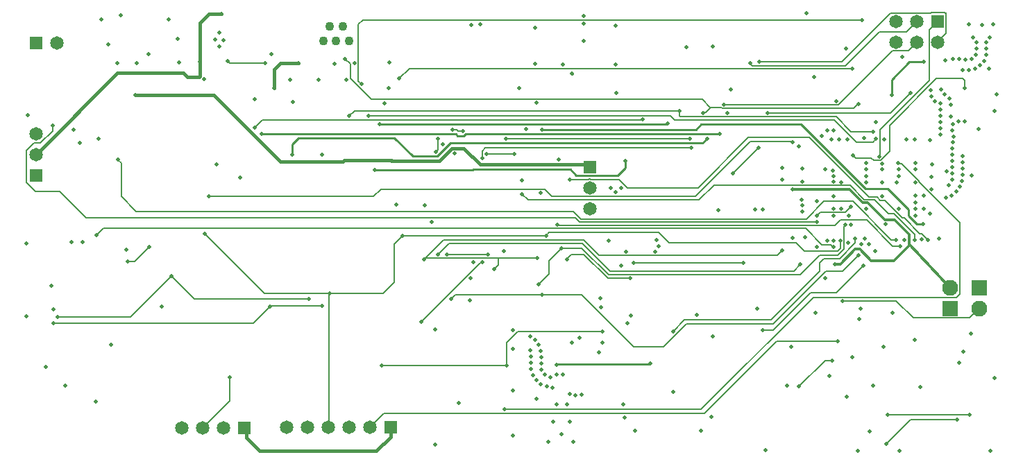
<source format=gbl>
G04*
G04 #@! TF.GenerationSoftware,Altium Limited,Altium Designer,21.6.4 (81)*
G04*
G04 Layer_Physical_Order=4*
G04 Layer_Color=16711680*
%FSLAX44Y44*%
%MOMM*%
G71*
G04*
G04 #@! TF.SameCoordinates,35F2EB46-45B6-4E83-8094-EA5E86E84025*
G04*
G04*
G04 #@! TF.FilePolarity,Positive*
G04*
G01*
G75*
%ADD10C,0.2000*%
%ADD12C,0.2540*%
%ADD14C,0.1500*%
%ADD172C,0.4000*%
%ADD174C,0.3000*%
%ADD175C,0.3500*%
%ADD177C,0.1650*%
%ADD183C,1.6500*%
%ADD184R,1.6500X1.6500*%
%ADD185R,1.6500X1.6500*%
%ADD186C,1.1000*%
%ADD187R,1.9500X1.9500*%
%ADD188C,1.9500*%
%ADD189C,0.5000*%
D10*
X1085850Y295910D02*
X1104900Y276860D01*
X1083616Y295910D02*
X1085850D01*
X1104900Y276860D02*
X1107483D01*
X1115054Y269288D01*
X1073150Y300990D02*
X1098550Y275590D01*
Y269240D02*
Y275590D01*
X1042717Y321263D02*
X1052877D01*
X1056640Y317500D02*
X1062026D01*
X1052877Y321263D02*
X1056640Y317500D01*
X1062026D02*
X1083616Y295910D01*
X1066438Y300990D02*
X1073150D01*
X895676Y394026D02*
X969954D01*
X1042717Y321263D01*
X627290Y317590D02*
X835750D01*
X619760Y325120D02*
X627290Y317590D01*
X835750D02*
X853622Y335462D01*
X1019837D01*
X678180Y342900D02*
X700955D01*
X701044Y342990D02*
X703575D01*
X703665Y342900D02*
X738052D01*
X748212Y332740D01*
X834390D01*
X895676Y394026D01*
X1019837Y335462D02*
X1037036Y318263D01*
X1049165D01*
X1066438Y300990D01*
X1010920Y194310D02*
X1075948D01*
X1096588Y173670D01*
X1165540D01*
X1177290Y185420D01*
D12*
X1070610Y464820D02*
X1092200Y486410D01*
X1109980D01*
X1070610Y445770D02*
Y464820D01*
X516321Y371039D02*
X532307Y387024D01*
X445964Y410016D02*
X795607D01*
X445770Y410210D02*
X445964Y410016D01*
X338927Y385917D02*
X346710Y393700D01*
X338927Y373188D02*
Y385917D01*
X346710Y393700D02*
X463550D01*
X486211Y371039D01*
X548627Y396240D02*
X550477Y398090D01*
X451094Y398622D02*
X538638D01*
X541020Y396240D01*
X548627D01*
X450936Y398780D02*
X451094Y398622D01*
X550477Y398090D02*
X860339D01*
X532307Y387024D02*
X839990D01*
X845323Y392356D01*
X560188Y354869D02*
X678911D01*
X559325Y354007D02*
X560188Y354869D01*
X439936Y354007D02*
X559325D01*
X662305Y117475D02*
X775335D01*
X960232Y410098D02*
X1038860Y331470D01*
X1065530D01*
X1090930Y306070D01*
Y298450D02*
Y306070D01*
Y298450D02*
X1101090Y288290D01*
X643890Y403860D02*
X831850D01*
X838088Y410098D01*
X960232D01*
X1101090Y288290D02*
X1108710D01*
X302260Y398780D02*
X450936D01*
X346710Y483870D02*
Y485140D01*
X736510Y347890D02*
X745490Y356870D01*
X693232Y347890D02*
X736510D01*
X685800Y347980D02*
X693142D01*
X745490Y356870D02*
Y365760D01*
X678911Y354869D02*
X685800Y347980D01*
X486211Y371039D02*
X516321D01*
D14*
X1077458Y546100D02*
G03*
X1074747Y546100I-1355J-10160D01*
G01*
X1102858D02*
G03*
X1100147Y546100I-1355J-10160D01*
G01*
X1136787Y545645D02*
G03*
X1136632Y545798I-1129J-987D01*
G01*
X26035Y328295D02*
X55245D01*
X87630Y295910D02*
X684527D01*
X55245Y328295D02*
X87630Y295910D01*
X15240Y339090D02*
X26035Y328295D01*
X15240Y339090D02*
Y378079D01*
X24511Y387350D01*
X32258D02*
X46990Y402082D01*
X24511Y387350D02*
X32258D01*
X684527Y295910D02*
X689607Y290830D01*
X1116653Y525690D02*
X1126902Y535940D01*
X1116653Y463872D02*
Y525690D01*
X1069086Y546100D02*
X1074747D01*
X1009650Y486664D02*
X1069086Y546100D01*
X908812Y486664D02*
X1009650D01*
X1077458Y546100D02*
X1100147D01*
X1102858D02*
X1117734D01*
X1117824Y546190D01*
X1135981D01*
X1136071Y546100D01*
X1136279D01*
X1136632Y545798D01*
X1136787Y545645D02*
X1137158Y545221D01*
Y520796D02*
Y545221D01*
X1126902Y510540D02*
X1137158Y520796D01*
X1088802Y523240D02*
X1101503Y535940D01*
X1055624Y523240D02*
X1088802D01*
X1013968Y481584D02*
X1055624Y523240D01*
X900684Y481584D02*
X1013968D01*
X897636Y484632D02*
X900684Y481584D01*
X1090922Y499959D02*
X1101503Y510540D01*
X1071460Y499959D02*
X1090922D01*
X1005586Y434086D02*
X1071460Y499959D01*
X865730Y434086D02*
X1005586D01*
X1056640Y403860D02*
X1116653Y463872D01*
X1056640Y373365D02*
Y403860D01*
X1055116Y371841D02*
X1056640Y373365D01*
X1055116Y370894D02*
Y371841D01*
X539796Y403860D02*
X541574Y402082D01*
X534670Y403860D02*
X539796D01*
X541574Y402082D02*
X547370D01*
X755650Y241300D02*
X889698D01*
X292100Y167640D02*
X312621Y188161D01*
X48260Y167640D02*
X292100D01*
X219710Y196850D02*
X359410D01*
X191770Y224790D02*
X219710Y196850D01*
X375751Y188161D02*
X375951Y188361D01*
X312621Y188161D02*
X375751D01*
X305635Y203635D02*
X384634D01*
X384087Y41187D02*
Y203088D01*
X384634Y203635D02*
X450015D01*
X463550Y217170D01*
X383540Y40640D02*
X384087Y41187D01*
Y203088D02*
X384634Y203635D01*
X232410Y276860D02*
X305635Y203635D01*
X1080770Y261620D02*
X1080837Y261687D01*
X1071880Y261620D02*
X1080770D01*
X1040130Y293370D02*
X1071880Y261620D01*
X1070221Y269046D02*
X1075642D01*
X1023038Y316230D02*
X1070221Y269046D01*
X514604Y376597D02*
Y376939D01*
X585470Y233680D02*
X585742D01*
X590550Y238488D02*
Y246380D01*
X585742Y233680D02*
X590550Y238488D01*
Y246733D02*
X638461D01*
X501670D02*
X590550D01*
X501670D02*
X524177Y269240D01*
X501667Y246729D02*
X501670Y246733D01*
X500380Y245443D02*
X501667Y246729D01*
X744896Y249936D02*
X783494D01*
X783748Y250190D01*
X930910D02*
X937260Y256540D01*
X694690Y269240D02*
X713740Y250190D01*
X744642D01*
X744896Y249936D01*
X783748Y250190D02*
X930910D01*
X524177Y269240D02*
X694690D01*
X1156970Y466090D02*
X1159510Y463550D01*
Y454660D02*
Y463550D01*
X1125220Y466090D02*
X1156970D01*
X1068070Y408940D02*
X1125220Y466090D01*
X691595Y294640D02*
X966470D01*
X988060Y316230D01*
X682369Y303866D02*
X691595Y294640D01*
X410538Y466256D02*
X436104Y440690D01*
X839470D01*
X849192Y430968D01*
X415544Y426720D02*
X811530D01*
X408940Y420116D02*
X415544Y426720D01*
X824658Y392850D02*
X824709Y392799D01*
X600343Y392850D02*
X824658D01*
X600292Y392901D02*
X600343Y392850D01*
X574869Y381122D02*
X825884D01*
X826143Y381381D01*
X570958Y377211D02*
X574869Y381122D01*
X576120Y374157D02*
X576427Y373850D01*
X610228D01*
X610535Y373543D01*
X811530Y420067D02*
Y426720D01*
Y420067D02*
X812409Y419189D01*
X795607Y410016D02*
X796363Y410772D01*
X302586Y415616D02*
X766764D01*
X293370Y406400D02*
X302586Y415616D01*
X766764D02*
X767113Y415965D01*
X840304Y424180D02*
X840675Y424551D01*
X849192Y430092D02*
Y430968D01*
X862484D01*
X840675Y424551D02*
X843651D01*
X849192Y430092D01*
X796363Y410772D02*
X797310D01*
X700955Y342900D02*
X701044Y342990D01*
X703575D02*
X703665Y342900D01*
X1027430Y388620D02*
X1047709D01*
X1051279Y392190D01*
X1051298D01*
X1065530Y55880D02*
X1165860D01*
X127000Y366364D02*
Y367030D01*
Y366364D02*
X130556Y362808D01*
Y321945D02*
Y362808D01*
X516890Y379225D02*
Y392430D01*
X514604Y376939D02*
X516890Y379225D01*
X614680Y157480D02*
X717550D01*
X842126Y57267D02*
X930291Y145431D01*
X692494Y57267D02*
X842126D01*
X930291Y145431D02*
X1005078D01*
X971550Y204470D02*
X1003300D01*
X1036320Y237490D01*
X925830Y158750D02*
X971550Y204470D01*
X974852Y198882D02*
X1149350D01*
X838200Y62230D02*
X974852Y198882D01*
X598170Y62230D02*
X838200D01*
X913130Y158750D02*
X925830D01*
Y166370D02*
X990600Y231140D01*
X820420Y166370D02*
X925830D01*
X792480Y138430D02*
X820420Y166370D01*
X923290Y171450D02*
X982980Y231140D01*
X803656Y157480D02*
X817626Y171450D01*
X923290D01*
X990600Y231140D02*
X1010920D01*
X692658Y201930D02*
X756158Y138430D01*
X792480D01*
X1010920Y231140D02*
X1029970Y250190D01*
X982980Y231140D02*
Y241300D01*
X229870Y39370D02*
X262890Y72390D01*
Y101600D01*
X898398Y389128D02*
X949452D01*
X949960Y388620D01*
X138430Y242570D02*
X147320D01*
X165100Y260350D01*
X661670Y116840D02*
X662305Y117475D01*
X775335D02*
X775970Y118110D01*
X450850Y57150D02*
X692378D01*
X692494Y57267D01*
X434340Y40640D02*
X450850Y57150D01*
X600710Y143510D02*
X614680Y157480D01*
X600710Y115570D02*
Y143510D01*
X448310Y115570D02*
X600710D01*
X982980Y241300D02*
X988060Y246380D01*
X1020778Y309578D02*
Y309646D01*
X1012190Y257810D02*
Y284988D01*
X1014040Y302840D02*
X1020778Y309578D01*
X1012190Y284988D02*
X1014984Y287782D01*
X1021080Y401320D02*
X1047750D01*
X996058Y262890D02*
X998543Y260405D01*
X1007690Y258390D02*
Y267970D01*
X1026160Y265430D02*
Y270510D01*
X988060Y316230D02*
X1023038D01*
X130556Y321945D02*
X148635Y303866D01*
X682369D01*
X1024240Y429586D02*
X1029318Y434664D01*
X951252Y231084D02*
X959286Y239118D01*
X1029318Y434664D02*
X1030028D01*
X998543Y260405D02*
X999490D01*
X1103691Y340230D02*
X1153668Y290253D01*
X1149350Y198882D02*
X1153668Y203200D01*
Y290253D01*
X665519Y286584D02*
X1001594D01*
X1007110Y246380D02*
X1026160Y265430D01*
X662891Y287577D02*
X663560Y286908D01*
X665195D01*
X665519Y286584D01*
X988060Y246380D02*
X1007110D01*
X982472Y250190D02*
X1004570D01*
X963733Y255270D02*
X1004570D01*
X648970Y274320D02*
X652780Y278130D01*
X798830Y265430D02*
X953573D01*
X652780Y278130D02*
X786130D01*
X798830Y265430D01*
X953573D02*
X963733Y255270D01*
X1004570D02*
X1007690Y258390D01*
X725178Y226568D02*
X958850D01*
X668020Y259080D02*
X692666D01*
X725178Y226568D01*
X958850D02*
X982472Y250190D01*
X473710Y274320D02*
X648970D01*
X693071Y264763D02*
X726750Y231084D01*
X679773Y251460D02*
X694690D01*
X724082Y222068D01*
X674370Y245110D02*
Y246057D01*
X679773Y251460D01*
X724082Y222068D02*
X751840D01*
X516890Y251460D02*
X530193Y264763D01*
X693071D01*
X1056980Y366394D02*
X1068070Y377484D01*
Y408940D01*
X965454Y282956D02*
X985520Y262890D01*
X100330Y274574D02*
X108712Y282956D01*
X965454D01*
X643890Y201930D02*
X692658D01*
X538480D02*
X643890D01*
X983560Y302840D02*
X1014040D01*
X726750Y231084D02*
X951252D01*
X1004570Y250190D02*
X1012190Y257810D01*
X1103691Y340230D02*
Y341057D01*
X1082354Y362393D02*
X1103691Y341057D01*
X1079141Y362393D02*
X1082354D01*
X1078476Y363059D02*
X1079141Y362393D01*
X1001594Y286584D02*
X1008380Y293370D01*
X1040130D01*
X1023620Y372110D02*
X1026700Y369030D01*
X1045750D01*
X1048386Y366394D01*
X1056980D01*
X979170Y298450D02*
X983560Y302840D01*
X985520Y262890D02*
X996058D01*
X978916Y290830D02*
X979170Y291084D01*
X689607Y290830D02*
X978916D01*
X46990Y402082D02*
Y408940D01*
X863866Y429586D02*
X1024240D01*
X862484Y430968D02*
X863866Y429586D01*
X647010Y330890D02*
X656010Y321890D01*
X447369Y330890D02*
X647010D01*
X438331Y321852D02*
X447369Y330890D01*
X812409Y419189D02*
X1003211D01*
X1021080Y401320D01*
X1000760Y415290D02*
X1027430Y388620D01*
X805434Y415290D02*
X1000760D01*
X800259Y420465D02*
X805434Y415290D01*
X432831Y420465D02*
X800259D01*
X432490Y420806D02*
X432831Y420465D01*
X1069340Y424180D02*
X1093470Y448310D01*
X919480Y424180D02*
X1069340D01*
X570958Y368670D02*
Y377211D01*
X410538Y466256D02*
Y483542D01*
X403860Y490220D02*
X410538Y483542D01*
X53340Y175260D02*
X142240D01*
X191770Y224790D01*
X237743Y321852D02*
X438331D01*
X469900Y466090D02*
X482092Y478282D01*
X1022858D01*
X957580Y90170D02*
X989330Y121920D01*
X998220D01*
X463550Y217170D02*
Y264160D01*
X473710Y274320D01*
X652780Y243840D02*
X668020Y259080D01*
X639826Y214738D02*
X652780Y227692D01*
Y243840D01*
X533400Y196850D02*
X538480Y201930D01*
X570821Y240919D02*
X571491Y241588D01*
X496697Y168910D02*
X568705Y240919D01*
X570821D01*
X693142Y347980D02*
X693232Y347890D01*
X656010Y321890D02*
X700059D01*
X831160Y321890D02*
X898398Y389128D01*
X700059Y321890D02*
X831160D01*
X425450Y537464D02*
X1034542D01*
X528320Y251460D02*
X577850D01*
X1093786Y49846D02*
X1150428D01*
X1064260Y20320D02*
X1093786Y49846D01*
X260439Y487680D02*
X262979Y485140D01*
X306070D01*
X260350Y487680D02*
X260439D01*
X877189Y350520D02*
X908050Y381381D01*
X419989Y463169D02*
X423490Y459668D01*
X419989Y463169D02*
Y532003D01*
X425450Y537464D01*
D172*
X26577Y373380D02*
X125892Y472694D01*
X226476Y468376D02*
Y486873D01*
X226122Y468022D02*
X226476Y468376D01*
X211174Y468022D02*
X226122D01*
X206502Y472694D02*
X211174Y468022D01*
X125892Y472694D02*
X206502D01*
X548570Y381000D02*
X568798Y360772D01*
X533702Y381000D02*
X548570D01*
X518498Y365796D02*
X533702Y381000D01*
X680720Y472169D02*
Y472440D01*
X317500Y454660D02*
Y477520D01*
X325120Y485140D01*
X346710D01*
X147574Y446278D02*
X243360D01*
X226476Y533816D02*
X237490Y544830D01*
X252730D01*
X226476Y486873D02*
Y533816D01*
X459263Y40163D02*
X459740Y40640D01*
X441960Y11430D02*
X459263Y28733D01*
X299720Y11430D02*
X441960D01*
X459263Y28733D02*
Y40163D01*
X283687Y27463D02*
X299720Y11430D01*
X280670Y39370D02*
X283687Y36353D01*
Y27463D02*
Y36353D01*
X699678Y360772D02*
X702310Y358140D01*
X568798Y360772D02*
X699678D01*
X324758Y364880D02*
X401316D01*
X460438Y365796D02*
X518498D01*
X460365Y365869D02*
X460438Y365796D01*
X402306Y365869D02*
X460365D01*
X401316Y364880D02*
X402306Y365869D01*
X243360Y446278D02*
X324758Y364880D01*
D174*
X1001397Y239678D02*
X1008028D01*
X1031711Y257712D02*
X1045582Y243840D01*
X1073150D02*
X1092411Y263101D01*
X1045582Y243840D02*
X1073150D01*
X1008028Y239678D02*
X1026062Y257712D01*
X1031711D01*
D175*
X1092107Y263417D02*
Y275683D01*
X949960Y330962D02*
X1018680D01*
X1035379Y314263D01*
X1041261D01*
X1061843Y293680D01*
X1074110D01*
X1092107Y275683D01*
X1092411Y263101D02*
X1141730Y210820D01*
D177*
X383382Y525308D02*
X384940Y529810D01*
D183*
X26577Y398780D02*
D03*
Y373380D02*
D03*
X1126902Y510540D02*
D03*
X1101503Y535940D02*
D03*
Y510540D02*
D03*
X1076103Y535940D02*
D03*
Y510540D02*
D03*
X52070Y509270D02*
D03*
X702310Y332740D02*
D03*
Y307340D02*
D03*
X434340Y40640D02*
D03*
X408940D02*
D03*
X383540D02*
D03*
X358140D02*
D03*
X332740D02*
D03*
X255270Y39370D02*
D03*
X229870D02*
D03*
X204470D02*
D03*
D184*
X26577Y347980D02*
D03*
X702310Y358140D02*
D03*
D185*
X1126902Y535940D02*
D03*
X26670Y509270D02*
D03*
X459740Y40640D02*
D03*
X280670Y39370D02*
D03*
D186*
X408940Y511810D02*
D03*
X400940Y529810D02*
D03*
X392940Y511810D02*
D03*
X384940Y529810D02*
D03*
X376940Y511810D02*
D03*
D187*
X1141730Y185420D02*
D03*
X1177290Y210820D02*
D03*
D188*
X1141730D02*
D03*
X1177290Y185420D02*
D03*
D189*
X1151675Y413949D02*
D03*
X1159647Y413558D02*
D03*
X1144741Y402818D02*
D03*
X1146156Y395412D02*
D03*
X1152720Y489530D02*
D03*
X1145199Y490068D02*
D03*
X1130377Y405183D02*
D03*
Y397643D02*
D03*
X1043940Y35560D02*
D03*
X534670Y403860D02*
D03*
X961291Y310854D02*
D03*
X755650Y241300D02*
D03*
X947795Y138822D02*
D03*
X904240Y306070D02*
D03*
X913130D02*
D03*
X359410Y196850D02*
D03*
X375951Y188361D02*
D03*
X384634Y203635D02*
D03*
X1080837Y261687D02*
D03*
X1075642Y269046D02*
D03*
X1086372Y269325D02*
D03*
X1115054Y269288D02*
D03*
X1106945Y269385D02*
D03*
X1098550Y269240D02*
D03*
X949960Y271780D02*
D03*
X537254Y374734D02*
D03*
X514604Y376597D02*
D03*
X522628Y386099D02*
D03*
X585470Y233680D02*
D03*
X638461Y246733D02*
D03*
X1159510Y454660D02*
D03*
X824709Y392799D02*
D03*
X826143Y381381D02*
D03*
X610535Y373543D02*
D03*
X576120Y374157D02*
D03*
X600292Y392901D02*
D03*
X445770Y410210D02*
D03*
X338927Y373188D02*
D03*
X375273Y372931D02*
D03*
X811530Y426720D02*
D03*
X767113Y415965D02*
D03*
X860339Y398090D02*
D03*
X845323Y392356D02*
D03*
X637540Y436190D02*
D03*
X624426Y404691D02*
D03*
X797310Y410772D02*
D03*
X557767Y531007D02*
D03*
X734527Y448540D02*
D03*
X439936Y354007D02*
D03*
X678180Y342900D02*
D03*
X1051298Y392190D02*
D03*
X1065530Y55880D02*
D03*
X1165860D02*
D03*
X1079928Y11895D02*
D03*
X1191260Y11430D02*
D03*
X1016000Y77470D02*
D03*
X127000Y367030D02*
D03*
X740410Y237490D02*
D03*
X746760Y254436D02*
D03*
X717543Y143517D02*
D03*
X713160Y132080D02*
D03*
X717550Y157480D02*
D03*
X727710Y332740D02*
D03*
X734060Y327660D02*
D03*
X740410Y332740D02*
D03*
X725170Y267970D02*
D03*
X742950Y68580D02*
D03*
X913130Y158750D02*
D03*
X906780Y185420D02*
D03*
X1036320Y237490D02*
D03*
X989330Y222250D02*
D03*
X262890Y101600D02*
D03*
X985520Y396240D02*
D03*
X949960Y388620D02*
D03*
X293370Y406400D02*
D03*
X661670Y116840D02*
D03*
X661799Y68471D02*
D03*
X657881Y46949D02*
D03*
X667954Y31531D02*
D03*
X678159Y46820D02*
D03*
X674241Y68342D02*
D03*
X629325Y133958D02*
D03*
X630476Y126506D02*
D03*
Y118966D02*
D03*
X630775Y111432D02*
D03*
X632823Y104176D02*
D03*
X636938Y97858D02*
D03*
X642634Y92917D02*
D03*
X649554Y89923D02*
D03*
X657026Y88909D02*
D03*
X677478Y81188D02*
D03*
X684798Y79381D02*
D03*
X692332Y79684D02*
D03*
X669019Y104769D02*
D03*
X661487Y104414D02*
D03*
X654524Y101522D02*
D03*
X647666Y104655D02*
D03*
X643548Y110971D02*
D03*
X642918Y118485D02*
D03*
Y126025D02*
D03*
X642384Y133546D02*
D03*
X639820Y140637D02*
D03*
X635342Y146703D02*
D03*
X629248Y151143D02*
D03*
X637540Y74930D02*
D03*
X680720Y143510D02*
D03*
X598170Y62230D02*
D03*
X542290Y69850D02*
D03*
X651510Y22860D02*
D03*
X681990D02*
D03*
X600710Y115570D02*
D03*
X775970Y118110D02*
D03*
X689610Y149860D02*
D03*
X1009187Y306960D02*
D03*
X1118179Y451663D02*
D03*
X1118599Y444135D02*
D03*
X1122884Y437931D02*
D03*
X1129962Y435332D02*
D03*
X1130377Y427803D02*
D03*
Y420263D02*
D03*
Y412723D02*
D03*
X1137838Y352798D02*
D03*
X1142819Y419268D02*
D03*
X1142870Y434347D02*
D03*
X1140751Y441584D02*
D03*
X1135193Y446679D02*
D03*
X1130621Y452675D02*
D03*
X1020778Y309646D02*
D03*
X1063182Y288180D02*
D03*
X1042670Y264160D02*
D03*
X1037590Y270510D02*
D03*
X1117141Y391206D02*
D03*
X1098601Y391618D02*
D03*
X1088485Y391536D02*
D03*
X1061790Y391881D02*
D03*
X1036881Y393503D02*
D03*
X1016585Y391473D02*
D03*
X1006505Y391812D02*
D03*
X997033Y391947D02*
D03*
X957580Y383540D02*
D03*
X961763Y355935D02*
D03*
X961390Y340360D02*
D03*
X937260Y356870D02*
D03*
Y342900D02*
D03*
X949960Y330962D02*
D03*
X960901Y318246D02*
D03*
X961390Y303530D02*
D03*
X965287Y272632D02*
D03*
X979170Y260350D02*
D03*
X1001397Y239678D02*
D03*
X991870Y267970D02*
D03*
X999490D02*
D03*
X1007690D02*
D03*
X999490Y260405D02*
D03*
X1017270Y265430D02*
D03*
X1026160Y270510D02*
D03*
X1033780Y264160D02*
D03*
X1127956Y270428D02*
D03*
X1050290Y255270D02*
D03*
X1029970Y250190D02*
D03*
X959286Y239118D02*
D03*
X1047750Y401320D02*
D03*
X1051015Y412682D02*
D03*
X1003234Y438626D02*
D03*
X1030028Y434790D02*
D03*
X1013714Y287782D02*
D03*
X1021179Y287138D02*
D03*
X1017986Y298951D02*
D03*
X999097Y353837D02*
D03*
X989452Y354901D02*
D03*
X999204Y346931D02*
D03*
X999316Y340360D02*
D03*
X1009323Y339487D02*
D03*
X999490Y322580D02*
D03*
X979170Y316230D02*
D03*
Y298450D02*
D03*
Y291084D02*
D03*
X1108710Y288290D02*
D03*
X1117570Y300960D02*
D03*
X1099820Y298450D02*
D03*
X1099404Y306924D02*
D03*
X1109281Y307162D02*
D03*
X1078952Y306939D02*
D03*
X1039277Y306822D02*
D03*
X1059180Y322580D02*
D03*
Y339090D02*
D03*
X1039575Y339450D02*
D03*
X1039334Y346934D02*
D03*
X1039092Y355005D02*
D03*
Y362683D02*
D03*
X1023620Y372110D02*
D03*
X1055116Y370894D02*
D03*
X1059160Y362458D02*
D03*
X1059055Y355097D02*
D03*
X1078810Y346735D02*
D03*
X1076960Y338960D02*
D03*
X1078810Y355252D02*
D03*
X1078476Y363059D02*
D03*
X1099130Y362960D02*
D03*
Y355518D02*
D03*
Y339193D02*
D03*
X1099368Y323032D02*
D03*
X1109346Y323057D02*
D03*
X1119409Y330876D02*
D03*
X1119409Y345654D02*
D03*
X1119551Y360942D02*
D03*
X1099368Y314960D02*
D03*
X991870Y402590D02*
D03*
X999490D02*
D03*
X999385Y298794D02*
D03*
X999490Y307340D02*
D03*
X1180691Y531079D02*
D03*
X1169691Y516511D02*
D03*
X1173609Y510069D02*
D03*
Y502529D02*
D03*
X1172931Y495019D02*
D03*
X1167712Y489578D02*
D03*
X1160219Y488741D02*
D03*
X1157043Y476299D02*
D03*
X1164583Y476357D02*
D03*
X1171964Y477897D02*
D03*
X1178384Y481852D02*
D03*
X1183135Y487707D02*
D03*
X1185711Y494793D02*
D03*
X1186051Y502325D02*
D03*
Y509865D02*
D03*
X1189969Y516307D02*
D03*
X1195681Y426532D02*
D03*
X1109980Y486410D02*
D03*
X1070610Y445770D02*
D03*
X1189376Y478420D02*
D03*
X1136031Y487954D02*
D03*
X1093470Y448310D02*
D03*
X1083310Y492760D02*
D03*
X1198880Y447040D02*
D03*
X1164590Y532130D02*
D03*
X1145048Y410352D02*
D03*
X1144911Y387975D02*
D03*
X1144453Y380449D02*
D03*
Y372909D02*
D03*
Y365369D02*
D03*
Y357829D02*
D03*
Y350289D02*
D03*
X1144106Y342757D02*
D03*
X1140518Y336126D02*
D03*
X1136751Y320397D02*
D03*
X1143739Y323229D02*
D03*
X1149671Y327883D02*
D03*
X1153949Y334092D02*
D03*
X1156388Y341227D02*
D03*
X1156787Y348756D02*
D03*
Y356296D02*
D03*
Y363836D02*
D03*
Y371376D02*
D03*
X937260Y256540D02*
D03*
X977900Y180340D02*
D03*
X1010920Y194310D02*
D03*
X1032510Y185420D02*
D03*
X1194580Y532130D02*
D03*
X889698Y241300D02*
D03*
X106680Y538480D02*
D03*
X302260Y398780D02*
D03*
X188580Y538017D02*
D03*
X246957Y361317D02*
D03*
X1060450Y138430D02*
D03*
X1022508Y125809D02*
D03*
X994338Y102870D02*
D03*
X942703Y90776D02*
D03*
X916903Y12035D02*
D03*
X1029141Y11614D02*
D03*
X1105111Y89593D02*
D03*
X1071643Y179946D02*
D03*
X1098564Y146904D02*
D03*
X1196340Y100330D02*
D03*
X1157613Y132439D02*
D03*
X1167754Y347416D02*
D03*
X1176183Y404427D02*
D03*
X1014730Y502920D02*
D03*
X975501Y468283D02*
D03*
X869846Y424177D02*
D03*
X874530Y452754D02*
D03*
X851985Y504837D02*
D03*
X820317Y504621D02*
D03*
X635706Y528213D02*
D03*
X664670Y366711D02*
D03*
X858955Y305022D02*
D03*
X748030Y167640D02*
D03*
X752777Y176922D02*
D03*
X832636Y177304D02*
D03*
X852170Y151130D02*
D03*
X804375Y83674D02*
D03*
X850782Y52766D02*
D03*
X837616Y36490D02*
D03*
X745044Y52523D02*
D03*
X757275Y36490D02*
D03*
X513598Y18903D02*
D03*
X608439Y29925D02*
D03*
X608612Y84886D02*
D03*
X608608Y136289D02*
D03*
X608700Y159238D02*
D03*
X513820Y159294D02*
D03*
X597042Y255093D02*
D03*
X560070Y241682D02*
D03*
X557158Y221929D02*
D03*
X570958Y368670D02*
D03*
X733532Y483000D02*
D03*
X734060Y530860D02*
D03*
X694690Y542290D02*
D03*
X669011Y482834D02*
D03*
X635145Y483787D02*
D03*
X568516Y531990D02*
D03*
X457015Y454062D02*
D03*
X458008Y485891D02*
D03*
X415260Y484421D02*
D03*
X391249Y483905D02*
D03*
X340431Y437435D02*
D03*
X314019Y495428D02*
D03*
X244891Y513375D02*
D03*
X255258Y513040D02*
D03*
X250190Y505460D02*
D03*
Y521970D02*
D03*
X231824Y465182D02*
D03*
X201123Y485715D02*
D03*
X149793Y484846D02*
D03*
X125635Y484556D02*
D03*
X114691Y507395D02*
D03*
X129841Y543625D02*
D03*
X136584Y257229D02*
D03*
X83613Y266217D02*
D03*
X118145Y141036D02*
D03*
X99932Y71796D02*
D03*
X38842Y113858D02*
D03*
X14992Y175714D02*
D03*
X45720Y213360D02*
D03*
X15097Y264368D02*
D03*
X69956Y266757D02*
D03*
X102870Y392430D02*
D03*
X80010Y387350D02*
D03*
X72390Y403860D02*
D03*
X16510Y421640D02*
D03*
X46990Y408940D02*
D03*
X966470Y546100D02*
D03*
X317500Y454660D02*
D03*
X346710Y485140D02*
D03*
X293370Y440690D02*
D03*
X405130Y464820D02*
D03*
X403860Y490220D02*
D03*
X252730Y544830D02*
D03*
X180340Y187960D02*
D03*
X500771Y311505D02*
D03*
X465938Y312049D02*
D03*
X191770Y224790D02*
D03*
X138430Y242570D02*
D03*
X165100Y260350D02*
D03*
X275590Y345440D02*
D03*
X237743Y321852D02*
D03*
X469900Y466090D02*
D03*
X1153160Y119380D02*
D03*
X1167130Y154940D02*
D03*
X547370Y402082D02*
D03*
X694690Y511810D02*
D03*
X199390Y514350D02*
D03*
X783590Y269240D02*
D03*
X781630Y254436D02*
D03*
X786130Y261620D02*
D03*
X998220Y121920D02*
D03*
X473710Y274320D02*
D03*
X312420Y187960D02*
D03*
X232410Y276860D02*
D03*
X674370Y245110D02*
D03*
X668020Y259080D02*
D03*
X53340Y175260D02*
D03*
X48260Y167640D02*
D03*
X509270Y290830D02*
D03*
X533400Y196850D02*
D03*
X643890Y201930D02*
D03*
X448310Y115570D02*
D03*
X648970Y274320D02*
D03*
X516890Y392430D02*
D03*
X745490Y365760D02*
D03*
X619760Y341630D02*
D03*
Y325120D02*
D03*
X694690Y532964D02*
D03*
X615950Y454660D02*
D03*
X680720Y472440D02*
D03*
X643890Y403860D02*
D03*
X1047750Y91440D02*
D03*
X919480Y424180D02*
D03*
X840304D02*
D03*
X957580Y90170D02*
D03*
X642620Y326390D02*
D03*
X528320Y251460D02*
D03*
X577850D02*
D03*
X1064260Y20320D02*
D03*
X1031240Y172720D02*
D03*
X260350Y487680D02*
D03*
X306070Y485140D02*
D03*
X751840Y222068D02*
D03*
X556006Y195238D02*
D03*
X516890Y251460D02*
D03*
X62230Y91440D02*
D03*
X571491Y241588D02*
D03*
X496697Y168910D02*
D03*
X371735Y464820D02*
D03*
X336550D02*
D03*
X716280Y186690D02*
D03*
X715010Y198120D02*
D03*
X452120Y435610D02*
D03*
X163538Y495554D02*
D03*
X432490Y420806D02*
D03*
X803656Y157480D02*
D03*
X226476Y486873D02*
D03*
X865730Y434086D02*
D03*
X1022858Y478282D02*
D03*
X408940Y420116D02*
D03*
X877189Y350520D02*
D03*
X908050Y381381D02*
D03*
X1005078Y145431D02*
D03*
X500380Y245443D02*
D03*
X423490Y459668D02*
D03*
X1034542Y537464D02*
D03*
X908812Y486664D02*
D03*
X897636Y484632D02*
D03*
X1150428Y49846D02*
D03*
X47752Y184404D02*
D03*
X100330Y274574D02*
D03*
X662891Y287577D02*
D03*
X639826Y214738D02*
D03*
X147574Y446278D02*
D03*
M02*

</source>
